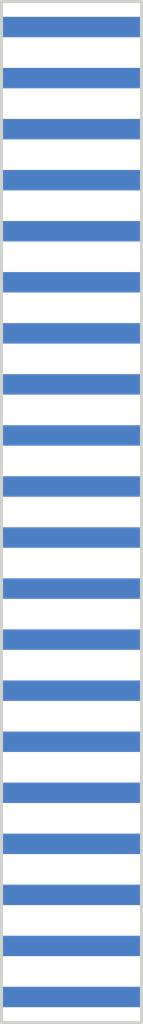
<source format=kicad_pcb>
(kicad_pcb (version 20171130) (host pcbnew 5.1.2-f72e74a~84~ubuntu19.04.1)

  (general
    (thickness 1.6)
    (drawings 5)
    (tracks 0)
    (zones 0)
    (modules 1)
    (nets 1)
  )

  (page USLetter)
  (title_block
    (title "Project Title")
  )

  (layers
    (0 F.Cu signal)
    (31 B.Cu signal)
    (34 B.Paste user hide)
    (35 F.Paste user hide)
    (36 B.SilkS user hide)
    (37 F.SilkS user hide)
    (38 B.Mask user)
    (39 F.Mask user hide)
    (40 Dwgs.User user hide)
    (44 Edge.Cuts user)
    (46 B.CrtYd user hide)
    (47 F.CrtYd user hide)
    (48 B.Fab user hide)
    (49 F.Fab user hide)
  )

  (setup
    (last_trace_width 0.254)
    (user_trace_width 0.1524)
    (user_trace_width 0.254)
    (user_trace_width 0.3302)
    (user_trace_width 0.508)
    (user_trace_width 0.762)
    (user_trace_width 1.27)
    (trace_clearance 0.254)
    (zone_clearance 0.508)
    (zone_45_only no)
    (trace_min 0.1524)
    (via_size 0.6858)
    (via_drill 0.3302)
    (via_min_size 0.6858)
    (via_min_drill 0.3302)
    (user_via 0.6858 0.3302)
    (user_via 0.762 0.4064)
    (user_via 0.8636 0.508)
    (uvia_size 0.6858)
    (uvia_drill 0.3302)
    (uvias_allowed no)
    (uvia_min_size 0)
    (uvia_min_drill 0)
    (edge_width 0.1524)
    (segment_width 0.1524)
    (pcb_text_width 0.1524)
    (pcb_text_size 1.016 1.016)
    (mod_edge_width 0.1524)
    (mod_text_size 1.016 1.016)
    (mod_text_width 0.1524)
    (pad_size 6.985 1.016)
    (pad_drill 0)
    (pad_to_mask_clearance 0.0762)
    (solder_mask_min_width 0.1016)
    (pad_to_paste_clearance -0.0762)
    (aux_axis_origin 0 0)
    (visible_elements FFFEDF7D)
    (pcbplotparams
      (layerselection 0x310fc_80000001)
      (usegerberextensions true)
      (usegerberattributes false)
      (usegerberadvancedattributes false)
      (creategerberjobfile false)
      (excludeedgelayer true)
      (linewidth 0.100000)
      (plotframeref false)
      (viasonmask false)
      (mode 1)
      (useauxorigin false)
      (hpglpennumber 1)
      (hpglpenspeed 20)
      (hpglpendiameter 15.000000)
      (psnegative false)
      (psa4output false)
      (plotreference true)
      (plotvalue true)
      (plotinvisibletext false)
      (padsonsilk false)
      (subtractmaskfromsilk false)
      (outputformat 1)
      (mirror false)
      (drillshape 0)
      (scaleselection 1)
      (outputdirectory "gerbers"))
  )

  (net 0 "")

  (net_class Default "This is the default net class."
    (clearance 0.254)
    (trace_width 0.254)
    (via_dia 0.6858)
    (via_drill 0.3302)
    (uvia_dia 0.6858)
    (uvia_drill 0.3302)
  )

  (module Wire_Pads:0.1in_40_card_edge (layer F.Cu) (tedit 5D218F67) (tstamp 5CF49AD5)
    (at 137.4648 78.486)
    (tags "card edge ")
    (solder_mask_margin -0.000254)
    (attr smd)
    (fp_text reference "" (at 0 0 -90) (layer F.SilkS) hide
      (effects (font (size 0.0254 0.0254) (thickness 0.000001)))
    )
    (fp_text value "" (at 0 0) (layer F.Fab) hide
      (effects (font (size 0.0254 0.0254) (thickness 0.000001)))
    )
    (pad 1 smd rect (at 0 0) (size 6.985 1.016) (layers F.Cu F.Mask))
    (pad 1 smd rect (at 0 0) (size 6.985 1.016) (layers B.Cu B.Mask))
    (pad 2 smd rect (at 0 2.54) (size 6.985 1.016) (layers F.Cu F.Mask))
    (pad 3 smd rect (at 0 5.08) (size 6.985 1.016) (layers F.Cu F.Mask))
    (pad 4 smd rect (at 0 7.62) (size 6.985 1.016) (layers F.Cu F.Mask))
    (pad 5 smd rect (at 0 10.16) (size 6.985 1.016) (layers F.Cu F.Mask))
    (pad 6 smd rect (at 0 12.7) (size 6.985 1.016) (layers F.Cu F.Mask))
    (pad 7 smd rect (at 0 15.24) (size 6.985 1.016) (layers F.Cu F.Mask))
    (pad 8 smd rect (at 0 17.78) (size 6.985 1.016) (layers F.Cu F.Mask))
    (pad 9 smd rect (at 0 20.32) (size 6.985 1.016) (layers F.Cu F.Mask))
    (pad 10 smd rect (at 0 22.86) (size 6.985 1.016) (layers F.Cu F.Mask))
    (pad 11 smd rect (at 0 25.4) (size 6.985 1.016) (layers F.Cu F.Mask))
    (pad 12 smd rect (at 0 27.94) (size 6.985 1.016) (layers F.Cu F.Mask))
    (pad 13 smd rect (at 0 30.48) (size 6.985 1.016) (layers F.Cu F.Mask))
    (pad 14 smd rect (at 0 33.02) (size 6.985 1.016) (layers F.Cu F.Mask))
    (pad 15 smd rect (at 0 35.56) (size 6.985 1.016) (layers F.Cu F.Mask))
    (pad 16 smd rect (at 0 38.1) (size 6.985 1.016) (layers F.Cu F.Mask))
    (pad 17 smd rect (at 0 40.64) (size 6.985 1.016) (layers F.Cu F.Mask))
    (pad 18 smd rect (at 0 43.18) (size 6.985 1.016) (layers F.Cu F.Mask))
    (pad 19 smd rect (at 0 45.72) (size 6.985 1.016) (layers F.Cu F.Mask))
    (pad 20 smd rect (at 0 48.26) (size 6.985 1.016) (layers F.Cu F.Mask))
    (pad 2 smd rect (at 0 2.54) (size 6.985 1.016) (layers B.Cu B.Mask))
    (pad 3 smd rect (at 0 5.08) (size 6.985 1.016) (layers B.Cu B.Mask))
    (pad 4 smd rect (at 0 7.62) (size 6.985 1.016) (layers B.Cu B.Mask))
    (pad 5 smd rect (at 0 10.16) (size 6.985 1.016) (layers B.Cu B.Mask))
    (pad 6 smd rect (at 0 12.7) (size 6.985 1.016) (layers B.Cu B.Mask))
    (pad 7 smd rect (at 0 15.24) (size 6.985 1.016) (layers B.Cu B.Mask))
    (pad 8 smd rect (at 0 17.78) (size 6.985 1.016) (layers B.Cu B.Mask))
    (pad 9 smd rect (at 0 20.32) (size 6.985 1.016) (layers B.Cu B.Mask))
    (pad 10 smd rect (at 0 22.86) (size 6.985 1.016) (layers B.Cu B.Mask))
    (pad 11 smd rect (at 0 25.4) (size 6.985 1.016) (layers B.Cu B.Mask))
    (pad 12 smd rect (at 0 27.94) (size 6.985 1.016) (layers B.Cu B.Mask))
    (pad 13 smd rect (at 0 30.48) (size 6.985 1.016) (layers B.Cu B.Mask))
    (pad 14 smd rect (at 0 33.02) (size 6.985 1.016) (layers B.Cu B.Mask))
    (pad 15 smd rect (at 0 35.56) (size 6.985 1.016) (layers B.Cu B.Mask))
    (pad 16 smd rect (at 0 38.1) (size 6.985 1.016) (layers B.Cu B.Mask))
    (pad 17 smd rect (at 0 40.64) (size 6.985 1.016) (layers B.Cu B.Mask))
    (pad 18 smd rect (at 0 43.18) (size 6.985 1.016) (layers B.Cu B.Mask))
    (pad 19 smd rect (at 0 45.72) (size 6.985 1.016) (layers B.Cu B.Mask))
    (pad 20 smd rect (at 0 48.26) (size 6.985 1.016) (layers B.Cu B.Mask))
  )

  (gr_line (start 133.9596 77.216) (end 140.97 77.216) (layer Edge.Cuts) (width 0.1524) (tstamp 5D218C88))
  (gr_line (start 133.9596 128.016) (end 140.97 128.016) (layer Edge.Cuts) (width 0.1524) (tstamp 5D218C79))
  (gr_line (start 140.97 128.016) (end 140.97 77.216) (layer Edge.Cuts) (width 0.1524) (tstamp 5D218C43))
  (gr_line (start 133.9596 77.216) (end 133.9596 128.016) (layer Edge.Cuts) (width 0.1524))
  (gr_text "FABRICATION NOTES\n\n1. THIS IS A 2 LAYER BOARD. \n2. EXTERNAL LAYERS SHALL HAVE 1 OZ COPPER.\n3. MATERIAL: FR4 AND 0.062 INCH +/- 10% THICK.\n4. BOARDS SHALL BE ROHS COMPLIANT. \n5. MANUFACTURE IN ACCORDANCE WITH IPC-6012 CLASS 2\n6. MASK: BOTH SIDES OF THE BOARD SHALL HAVE \n   SOLDER MASK (ANY COLOR) OVER BARE COPPER. \n7. SILK: BOTH SIDES OF THE BOARD SHALL HAVE \n   WHITE SILKSCREEN. DO NOT PLACE SILK OVER BARE COPPER.\n8. FINISH: ENIG.\n9. MINIMUM TRACE WIDTH - 0.006 INCH.\n   MINIMUM SPACE - 0.006 INCH.\n   MINIMUM HOLE DIA - 0.013 INCH. \n10. MAX HOLE PLACEMENT TOLERANCE OF +/- 0.003 INCH.\n11. MAX HOLE DIAMETER TOLERANCE OF +/- 0.003 INCH AFTER PLATING." (at 113.4872 93.2688) (layer Dwgs.User)
    (effects (font (size 2.54 2.54) (thickness 0.254)) (justify left))
  )

)

</source>
